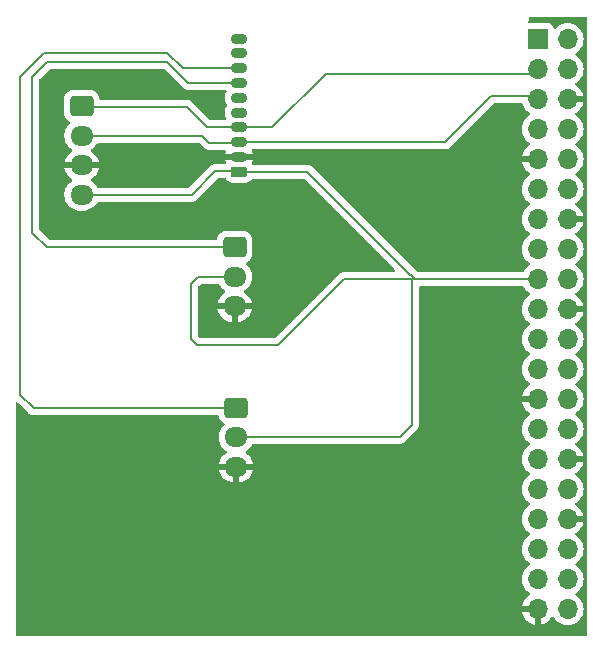
<source format=gbr>
%TF.GenerationSoftware,KiCad,Pcbnew,8.0.7*%
%TF.CreationDate,2025-01-03T13:54:27+07:00*%
%TF.ProjectId,Project Air bersih,50726f6a-6563-4742-9041-697220626572,rev?*%
%TF.SameCoordinates,Original*%
%TF.FileFunction,Copper,L2,Bot*%
%TF.FilePolarity,Positive*%
%FSLAX46Y46*%
G04 Gerber Fmt 4.6, Leading zero omitted, Abs format (unit mm)*
G04 Created by KiCad (PCBNEW 8.0.7) date 2025-01-03 13:54:27*
%MOMM*%
%LPD*%
G01*
G04 APERTURE LIST*
G04 Aperture macros list*
%AMRoundRect*
0 Rectangle with rounded corners*
0 $1 Rounding radius*
0 $2 $3 $4 $5 $6 $7 $8 $9 X,Y pos of 4 corners*
0 Add a 4 corners polygon primitive as box body*
4,1,4,$2,$3,$4,$5,$6,$7,$8,$9,$2,$3,0*
0 Add four circle primitives for the rounded corners*
1,1,$1+$1,$2,$3*
1,1,$1+$1,$4,$5*
1,1,$1+$1,$6,$7*
1,1,$1+$1,$8,$9*
0 Add four rect primitives between the rounded corners*
20,1,$1+$1,$2,$3,$4,$5,0*
20,1,$1+$1,$4,$5,$6,$7,0*
20,1,$1+$1,$6,$7,$8,$9,0*
20,1,$1+$1,$8,$9,$2,$3,0*%
G04 Aperture macros list end*
%TA.AperFunction,ComponentPad*%
%ADD10RoundRect,0.250000X-0.725000X0.600000X-0.725000X-0.600000X0.725000X-0.600000X0.725000X0.600000X0*%
%TD*%
%TA.AperFunction,ComponentPad*%
%ADD11O,1.950000X1.700000*%
%TD*%
%TA.AperFunction,ComponentPad*%
%ADD12RoundRect,0.225000X0.475000X-0.225000X0.475000X0.225000X-0.475000X0.225000X-0.475000X-0.225000X0*%
%TD*%
%TA.AperFunction,ComponentPad*%
%ADD13O,1.400000X0.900000*%
%TD*%
%TA.AperFunction,ComponentPad*%
%ADD14R,1.700000X1.700000*%
%TD*%
%TA.AperFunction,ComponentPad*%
%ADD15O,1.700000X1.700000*%
%TD*%
%TA.AperFunction,ViaPad*%
%ADD16C,0.600000*%
%TD*%
%TA.AperFunction,Conductor*%
%ADD17C,0.200000*%
%TD*%
G04 APERTURE END LIST*
D10*
%TO.P,Ultrasonic1,1,Pin_1*%
%TO.N,SDA*%
X119380000Y-43514000D03*
D11*
%TO.P,Ultrasonic1,2,Pin_2*%
%TO.N,SCL*%
X119380000Y-46014000D03*
%TO.P,Ultrasonic1,3,Pin_3*%
%TO.N,GND*%
X119380000Y-48514000D03*
%TO.P,Ultrasonic1,4,Pin_4*%
%TO.N,+3.3V*%
X119380000Y-51014000D03*
%TD*%
D10*
%TO.P,Turbidity1,1,Pin_1*%
%TO.N,A1*%
X132461000Y-69041000D03*
D11*
%TO.P,Turbidity1,2,Pin_2*%
%TO.N,+3.3V*%
X132461000Y-71541000D03*
%TO.P,Turbidity1,3,Pin_3*%
%TO.N,GND*%
X132461000Y-74041000D03*
%TD*%
D12*
%TO.P,ADS115,1,Pin_1*%
%TO.N,+3.3V*%
X132707000Y-49059000D03*
D13*
%TO.P,ADS115,2,Pin_2*%
%TO.N,GND*%
X132707000Y-47809000D03*
%TO.P,ADS115,3,Pin_3*%
%TO.N,SCL*%
X132707000Y-46559000D03*
%TO.P,ADS115,4,Pin_4*%
%TO.N,SDA*%
X132707000Y-45309000D03*
%TO.P,ADS115,5,Pin_5*%
%TO.N,unconnected-(ADS115-Pin_5-Pad5)*%
X132707000Y-44059000D03*
%TO.P,ADS115,6,Pin_6*%
%TO.N,unconnected-(ADS115-Pin_6-Pad6)*%
X132707000Y-42809000D03*
%TO.P,ADS115,7,Pin_7*%
%TO.N,A0*%
X132707000Y-41559000D03*
%TO.P,ADS115,8,Pin_8*%
%TO.N,A1*%
X132707000Y-40309000D03*
%TO.P,ADS115,9,Pin_9*%
%TO.N,unconnected-(ADS115-Pin_9-Pad9)*%
X132707000Y-39059000D03*
%TO.P,ADS115,10,Pin_10*%
%TO.N,unconnected-(ADS115-Pin_10-Pad10)*%
X132707000Y-37809000D03*
%TD*%
D14*
%TO.P,J1,1,3V3*%
%TO.N,+3.3V*%
X157988000Y-37846000D03*
D15*
%TO.P,J1,2,5V*%
%TO.N,Net-(J1-5V-Pad2)*%
X160528000Y-37846000D03*
%TO.P,J1,3,SDA/GPIO2*%
%TO.N,SDA*%
X157988000Y-40386000D03*
%TO.P,J1,4,5V*%
%TO.N,Net-(J1-5V-Pad2)*%
X160528000Y-40386000D03*
%TO.P,J1,5,SCL/GPIO3*%
%TO.N,SCL*%
X157988000Y-42926000D03*
%TO.P,J1,6,GND*%
%TO.N,GND*%
X160528000Y-42926000D03*
%TO.P,J1,7,GCLK0/GPIO4*%
%TO.N,unconnected-(J1-GCLK0{slash}GPIO4-Pad7)*%
X157988000Y-45466000D03*
%TO.P,J1,8,GPIO14/TXD*%
%TO.N,unconnected-(J1-GPIO14{slash}TXD-Pad8)*%
X160528000Y-45466000D03*
%TO.P,J1,9,GND*%
%TO.N,GND*%
X157988000Y-48006000D03*
%TO.P,J1,10,GPIO15/RXD*%
%TO.N,unconnected-(J1-GPIO15{slash}RXD-Pad10)*%
X160528000Y-48006000D03*
%TO.P,J1,11,GPIO17*%
%TO.N,unconnected-(J1-GPIO17-Pad11)*%
X157988000Y-50546000D03*
%TO.P,J1,12,GPIO18/PWM0*%
%TO.N,unconnected-(J1-GPIO18{slash}PWM0-Pad12)*%
X160528000Y-50546000D03*
%TO.P,J1,13,GPIO27*%
%TO.N,unconnected-(J1-GPIO27-Pad13)*%
X157988000Y-53086000D03*
%TO.P,J1,14,GND*%
%TO.N,GND*%
X160528000Y-53086000D03*
%TO.P,J1,15,GPIO22*%
%TO.N,unconnected-(J1-GPIO22-Pad15)*%
X157988000Y-55626000D03*
%TO.P,J1,16,GPIO23*%
%TO.N,unconnected-(J1-GPIO23-Pad16)*%
X160528000Y-55626000D03*
%TO.P,J1,17,3V3*%
%TO.N,+3.3V*%
X157988000Y-58166000D03*
%TO.P,J1,18,GPIO24*%
%TO.N,unconnected-(J1-GPIO24-Pad18)*%
X160528000Y-58166000D03*
%TO.P,J1,19,MOSI0/GPIO10*%
%TO.N,unconnected-(J1-MOSI0{slash}GPIO10-Pad19)*%
X157988000Y-60706000D03*
%TO.P,J1,20,GND*%
%TO.N,GND*%
X160528000Y-60706000D03*
%TO.P,J1,21,MISO0/GPIO9*%
%TO.N,unconnected-(J1-MISO0{slash}GPIO9-Pad21)*%
X157988000Y-63246000D03*
%TO.P,J1,22,GPIO25*%
%TO.N,unconnected-(J1-GPIO25-Pad22)*%
X160528000Y-63246000D03*
%TO.P,J1,23,SCLK0/GPIO11*%
%TO.N,unconnected-(J1-SCLK0{slash}GPIO11-Pad23)*%
X157988000Y-65786000D03*
%TO.P,J1,24,~{CE0}/GPIO8*%
%TO.N,unconnected-(J1-~{CE0}{slash}GPIO8-Pad24)*%
X160528000Y-65786000D03*
%TO.P,J1,25,GND*%
%TO.N,GND*%
X157988000Y-68326000D03*
%TO.P,J1,26,~{CE1}/GPIO7*%
%TO.N,unconnected-(J1-~{CE1}{slash}GPIO7-Pad26)*%
X160528000Y-68326000D03*
%TO.P,J1,27,ID_SD/GPIO0*%
%TO.N,unconnected-(J1-ID_SD{slash}GPIO0-Pad27)*%
X157988000Y-70866000D03*
%TO.P,J1,28,ID_SC/GPIO1*%
%TO.N,unconnected-(J1-ID_SC{slash}GPIO1-Pad28)*%
X160528000Y-70866000D03*
%TO.P,J1,29,GCLK1/GPIO5*%
%TO.N,unconnected-(J1-GCLK1{slash}GPIO5-Pad29)*%
X157988000Y-73406000D03*
%TO.P,J1,30,GND*%
%TO.N,GND*%
X160528000Y-73406000D03*
%TO.P,J1,31,GCLK2/GPIO6*%
%TO.N,unconnected-(J1-GCLK2{slash}GPIO6-Pad31)*%
X157988000Y-75946000D03*
%TO.P,J1,32,PWM0/GPIO12*%
%TO.N,unconnected-(J1-PWM0{slash}GPIO12-Pad32)*%
X160528000Y-75946000D03*
%TO.P,J1,33,PWM1/GPIO13*%
%TO.N,unconnected-(J1-PWM1{slash}GPIO13-Pad33)*%
X157988000Y-78486000D03*
%TO.P,J1,34,GND*%
%TO.N,GND*%
X160528000Y-78486000D03*
%TO.P,J1,35,GPIO19/MISO1*%
%TO.N,unconnected-(J1-GPIO19{slash}MISO1-Pad35)*%
X157988000Y-81026000D03*
%TO.P,J1,36,GPIO16*%
%TO.N,unconnected-(J1-GPIO16-Pad36)*%
X160528000Y-81026000D03*
%TO.P,J1,37,GPIO26*%
%TO.N,unconnected-(J1-GPIO26-Pad37)*%
X157988000Y-83566000D03*
%TO.P,J1,38,GPIO20/MOSI1*%
%TO.N,unconnected-(J1-GPIO20{slash}MOSI1-Pad38)*%
X160528000Y-83566000D03*
%TO.P,J1,39,GND*%
%TO.N,GND*%
X157988000Y-86106000D03*
%TO.P,J1,40,GPIO21/SCLK1*%
%TO.N,unconnected-(J1-GPIO21{slash}SCLK1-Pad40)*%
X160528000Y-86106000D03*
%TD*%
D10*
%TO.P,PH1,1,Pin_1*%
%TO.N,A0*%
X132334000Y-55452000D03*
D11*
%TO.P,PH1,2,Pin_2*%
%TO.N,+3.3V*%
X132334000Y-57952000D03*
%TO.P,PH1,3,Pin_3*%
%TO.N,GND*%
X132334000Y-60452000D03*
%TD*%
D16*
%TO.N,GND*%
X135064500Y-60388500D03*
%TD*%
D17*
%TO.N,GND*%
X135636000Y-74041000D02*
X146050000Y-74041000D01*
X156083000Y-47809000D02*
X157791000Y-47809000D01*
X156083000Y-68326000D02*
X157988000Y-68326000D01*
X135382000Y-74041000D02*
X135636000Y-74041000D01*
X135064500Y-60388500D02*
X136398000Y-59055000D01*
%TO.N,+3.3V*%
X141605000Y-58166000D02*
X148463000Y-58166000D01*
X136017000Y-63754000D02*
X141605000Y-58166000D01*
X129159000Y-63754000D02*
X136017000Y-63754000D01*
X128651000Y-63246000D02*
X129159000Y-63754000D01*
X128651000Y-58547000D02*
X128651000Y-63246000D01*
X132334000Y-57952000D02*
X129246000Y-57952000D01*
X129246000Y-57952000D02*
X128651000Y-58547000D01*
%TO.N,GND*%
X116205000Y-49022000D02*
X116713000Y-48514000D01*
X116205000Y-53594000D02*
X116205000Y-49022000D01*
X124587000Y-54483000D02*
X117094000Y-54483000D01*
X135763000Y-51943000D02*
X127127000Y-51943000D01*
X127127000Y-51943000D02*
X124587000Y-54483000D01*
X136398000Y-52578000D02*
X135763000Y-51943000D01*
X136398000Y-59055000D02*
X136398000Y-52578000D01*
X135001000Y-60452000D02*
X135064500Y-60388500D01*
X132334000Y-60452000D02*
X135001000Y-60452000D01*
X117094000Y-54483000D02*
X116205000Y-53594000D01*
X116713000Y-48514000D02*
X119380000Y-48514000D01*
%TO.N,+3.3V*%
X147320000Y-70485000D02*
X147320000Y-58206000D01*
X146304000Y-71501000D02*
X147320000Y-70485000D01*
X132501000Y-71501000D02*
X146304000Y-71501000D01*
X132461000Y-71541000D02*
X132501000Y-71501000D01*
%TO.N,GND*%
X151765000Y-68326000D02*
X156083000Y-68326000D01*
X146050000Y-74041000D02*
X151765000Y-68326000D01*
X132461000Y-74041000D02*
X135382000Y-74041000D01*
%TO.N,A1*%
X127939000Y-40309000D02*
X132707000Y-40309000D01*
X126619000Y-38989000D02*
X127939000Y-40309000D01*
X116205000Y-38989000D02*
X126619000Y-38989000D01*
X114173000Y-41021000D02*
X116205000Y-38989000D01*
X114173000Y-67945000D02*
X114173000Y-41021000D01*
X115316000Y-69088000D02*
X114173000Y-67945000D01*
X132414000Y-69088000D02*
X115316000Y-69088000D01*
X132461000Y-69041000D02*
X132414000Y-69088000D01*
%TO.N,+3.3V*%
X148463000Y-58166000D02*
X157988000Y-58166000D01*
X147574000Y-58166000D02*
X148463000Y-58166000D01*
X147129500Y-57721500D02*
X147320000Y-57912000D01*
X138467000Y-49059000D02*
X147129500Y-57721500D01*
X147320000Y-57912000D02*
X147574000Y-58166000D01*
%TO.N,A0*%
X128397000Y-41529000D02*
X132677000Y-41529000D01*
X126619000Y-39751000D02*
X128397000Y-41529000D01*
X116459000Y-39751000D02*
X126619000Y-39751000D01*
X115189000Y-54229000D02*
X115189000Y-41021000D01*
X115189000Y-41021000D02*
X116459000Y-39751000D01*
X116412000Y-55452000D02*
X115189000Y-54229000D01*
X132677000Y-41529000D02*
X132707000Y-41559000D01*
X132334000Y-55452000D02*
X116412000Y-55452000D01*
%TO.N,+3.3V*%
X132670000Y-49022000D02*
X132707000Y-49059000D01*
X130683000Y-49022000D02*
X132670000Y-49022000D01*
X128691000Y-51014000D02*
X130683000Y-49022000D01*
X119380000Y-51014000D02*
X128691000Y-51014000D01*
%TO.N,GND*%
X132637000Y-47879000D02*
X132707000Y-47809000D01*
X130429000Y-47879000D02*
X132637000Y-47879000D01*
X129794000Y-48514000D02*
X130429000Y-47879000D01*
X119380000Y-48514000D02*
X129794000Y-48514000D01*
%TO.N,SCL*%
X132657000Y-46609000D02*
X132707000Y-46559000D01*
X130175000Y-46609000D02*
X132657000Y-46609000D01*
X129580000Y-46014000D02*
X130175000Y-46609000D01*
X119380000Y-46014000D02*
X129580000Y-46014000D01*
%TO.N,SDA*%
X130018000Y-45309000D02*
X132707000Y-45309000D01*
X128270000Y-43561000D02*
X130018000Y-45309000D01*
X119427000Y-43561000D02*
X128270000Y-43561000D01*
X119380000Y-43514000D02*
X119427000Y-43561000D01*
%TO.N,+3.3V*%
X132707000Y-49059000D02*
X138467000Y-49059000D01*
%TO.N,GND*%
X132707000Y-47809000D02*
X156083000Y-47809000D01*
X157791000Y-47809000D02*
X157988000Y-48006000D01*
%TO.N,SCL*%
X154051000Y-42672000D02*
X157734000Y-42672000D01*
X157734000Y-42672000D02*
X157988000Y-42926000D01*
X150164000Y-46559000D02*
X154051000Y-42672000D01*
X132707000Y-46559000D02*
X150164000Y-46559000D01*
%TO.N,SDA*%
X157607000Y-40767000D02*
X157988000Y-40386000D01*
X140081000Y-40767000D02*
X157607000Y-40767000D01*
X135539000Y-45309000D02*
X140081000Y-40767000D01*
X132707000Y-45309000D02*
X135539000Y-45309000D01*
%TO.N,SCL*%
X119380000Y-46014000D02*
X119413000Y-45981000D01*
%TO.N,GND*%
X157747000Y-48247000D02*
X157988000Y-48006000D01*
%TD*%
%TA.AperFunction,Conductor*%
%TO.N,GND*%
G36*
X162129539Y-35953185D02*
G01*
X162175294Y-36005989D01*
X162186500Y-36057500D01*
X162186500Y-88275500D01*
X162166815Y-88342539D01*
X162114011Y-88388294D01*
X162062500Y-88399500D01*
X113908500Y-88399500D01*
X113841461Y-88379815D01*
X113795706Y-88327011D01*
X113784500Y-88275500D01*
X113784500Y-68705097D01*
X113804185Y-68638058D01*
X113856989Y-68592303D01*
X113926147Y-68582359D01*
X113989703Y-68611384D01*
X113996181Y-68617416D01*
X114831139Y-69452374D01*
X114831149Y-69452385D01*
X114835479Y-69456715D01*
X114835480Y-69456716D01*
X114947284Y-69568520D01*
X114988122Y-69592097D01*
X115034095Y-69618639D01*
X115034097Y-69618641D01*
X115072151Y-69640611D01*
X115084215Y-69647577D01*
X115236943Y-69688500D01*
X130873266Y-69688500D01*
X130940305Y-69708185D01*
X130986060Y-69760989D01*
X130993255Y-69787465D01*
X130994585Y-69787181D01*
X130996001Y-69793799D01*
X131051185Y-69960331D01*
X131051187Y-69960336D01*
X131143289Y-70109657D01*
X131267344Y-70233712D01*
X131422120Y-70329178D01*
X131468845Y-70381126D01*
X131480068Y-70450088D01*
X131452224Y-70514171D01*
X131444706Y-70522398D01*
X131305889Y-70661215D01*
X131180951Y-70833179D01*
X131084444Y-71022585D01*
X131018753Y-71224760D01*
X131002138Y-71329663D01*
X130985500Y-71434713D01*
X130985500Y-71647287D01*
X131018754Y-71857243D01*
X131076423Y-72034730D01*
X131084444Y-72059414D01*
X131180951Y-72248820D01*
X131305890Y-72420786D01*
X131456209Y-72571105D01*
X131456214Y-72571109D01*
X131621218Y-72690991D01*
X131663884Y-72746320D01*
X131669863Y-72815934D01*
X131637258Y-72877729D01*
X131621218Y-72891627D01*
X131456540Y-73011272D01*
X131456535Y-73011276D01*
X131306276Y-73161535D01*
X131306272Y-73161540D01*
X131181379Y-73333442D01*
X131084904Y-73522782D01*
X131019242Y-73724870D01*
X131019242Y-73724873D01*
X131008769Y-73791000D01*
X132056854Y-73791000D01*
X132018370Y-73857657D01*
X131986000Y-73978465D01*
X131986000Y-74103535D01*
X132018370Y-74224343D01*
X132056854Y-74291000D01*
X131008769Y-74291000D01*
X131019242Y-74357126D01*
X131019242Y-74357129D01*
X131084904Y-74559217D01*
X131181379Y-74748557D01*
X131306272Y-74920459D01*
X131306276Y-74920464D01*
X131456535Y-75070723D01*
X131456540Y-75070727D01*
X131628442Y-75195620D01*
X131817782Y-75292095D01*
X132019872Y-75357757D01*
X132211000Y-75388029D01*
X132211000Y-74445145D01*
X132277657Y-74483630D01*
X132398465Y-74516000D01*
X132523535Y-74516000D01*
X132644343Y-74483630D01*
X132711000Y-74445145D01*
X132711000Y-75388028D01*
X132902127Y-75357757D01*
X133104217Y-75292095D01*
X133293557Y-75195620D01*
X133465459Y-75070727D01*
X133465464Y-75070723D01*
X133615723Y-74920464D01*
X133615727Y-74920459D01*
X133740620Y-74748557D01*
X133837095Y-74559217D01*
X133902757Y-74357129D01*
X133902757Y-74357126D01*
X133913231Y-74291000D01*
X132865146Y-74291000D01*
X132903630Y-74224343D01*
X132936000Y-74103535D01*
X132936000Y-73978465D01*
X132903630Y-73857657D01*
X132865146Y-73791000D01*
X133913231Y-73791000D01*
X133902757Y-73724873D01*
X133902757Y-73724870D01*
X133837095Y-73522782D01*
X133740620Y-73333442D01*
X133615727Y-73161540D01*
X133615723Y-73161535D01*
X133465464Y-73011276D01*
X133465459Y-73011272D01*
X133300781Y-72891627D01*
X133258115Y-72836297D01*
X133252136Y-72766684D01*
X133284741Y-72704889D01*
X133300776Y-72690994D01*
X133465792Y-72571104D01*
X133616104Y-72420792D01*
X133616106Y-72420788D01*
X133616109Y-72420786D01*
X133670899Y-72345371D01*
X133741051Y-72248816D01*
X133781615Y-72169205D01*
X133829590Y-72118409D01*
X133892100Y-72101500D01*
X146217331Y-72101500D01*
X146217347Y-72101501D01*
X146224943Y-72101501D01*
X146383054Y-72101501D01*
X146383057Y-72101501D01*
X146535785Y-72060577D01*
X146603435Y-72021519D01*
X146672716Y-71981520D01*
X146784520Y-71869716D01*
X146784520Y-71869714D01*
X146794724Y-71859511D01*
X146794728Y-71859506D01*
X147688713Y-70965521D01*
X147688716Y-70965520D01*
X147800520Y-70853716D01*
X147850639Y-70766904D01*
X147879577Y-70716785D01*
X147920501Y-70564057D01*
X147920501Y-70405943D01*
X147920501Y-70398348D01*
X147920500Y-70398330D01*
X147920500Y-58890500D01*
X147940185Y-58823461D01*
X147992989Y-58777706D01*
X148044500Y-58766500D01*
X148383943Y-58766500D01*
X156698909Y-58766500D01*
X156765948Y-58786185D01*
X156811292Y-58838097D01*
X156813965Y-58843830D01*
X156949501Y-59037396D01*
X156949506Y-59037402D01*
X157116597Y-59204493D01*
X157116603Y-59204498D01*
X157302158Y-59334425D01*
X157345783Y-59389002D01*
X157352977Y-59458500D01*
X157321454Y-59520855D01*
X157302158Y-59537575D01*
X157116597Y-59667505D01*
X156949505Y-59834597D01*
X156813965Y-60028169D01*
X156813964Y-60028171D01*
X156714098Y-60242335D01*
X156714094Y-60242344D01*
X156652938Y-60470586D01*
X156652936Y-60470596D01*
X156632341Y-60705999D01*
X156632341Y-60706000D01*
X156652936Y-60941403D01*
X156652938Y-60941413D01*
X156714094Y-61169655D01*
X156714096Y-61169659D01*
X156714097Y-61169663D01*
X156797155Y-61347781D01*
X156813965Y-61383830D01*
X156813967Y-61383834D01*
X156882510Y-61481723D01*
X156949501Y-61577396D01*
X156949506Y-61577402D01*
X157116597Y-61744493D01*
X157116603Y-61744498D01*
X157302158Y-61874425D01*
X157345783Y-61929002D01*
X157352977Y-61998500D01*
X157321454Y-62060855D01*
X157302158Y-62077575D01*
X157116597Y-62207505D01*
X156949505Y-62374597D01*
X156813965Y-62568169D01*
X156813964Y-62568171D01*
X156714098Y-62782335D01*
X156714094Y-62782344D01*
X156652938Y-63010586D01*
X156652936Y-63010596D01*
X156632341Y-63245999D01*
X156632341Y-63246000D01*
X156652936Y-63481403D01*
X156652938Y-63481413D01*
X156714094Y-63709655D01*
X156714096Y-63709659D01*
X156714097Y-63709663D01*
X156794004Y-63881023D01*
X156813965Y-63923830D01*
X156813967Y-63923834D01*
X156922281Y-64078521D01*
X156949505Y-64117401D01*
X157116599Y-64284495D01*
X157116601Y-64284496D01*
X157116603Y-64284498D01*
X157302158Y-64414425D01*
X157345783Y-64469002D01*
X157352977Y-64538500D01*
X157321454Y-64600855D01*
X157302158Y-64617575D01*
X157116597Y-64747505D01*
X156949505Y-64914597D01*
X156813965Y-65108169D01*
X156813964Y-65108171D01*
X156714098Y-65322335D01*
X156714094Y-65322344D01*
X156652938Y-65550586D01*
X156652936Y-65550596D01*
X156632341Y-65785999D01*
X156632341Y-65786000D01*
X156652936Y-66021403D01*
X156652938Y-66021413D01*
X156714094Y-66249655D01*
X156714096Y-66249659D01*
X156714097Y-66249663D01*
X156718000Y-66258032D01*
X156813965Y-66463830D01*
X156813967Y-66463834D01*
X156922281Y-66618521D01*
X156949501Y-66657396D01*
X156949506Y-66657402D01*
X157116597Y-66824493D01*
X157116603Y-66824498D01*
X157302594Y-66954730D01*
X157346219Y-67009307D01*
X157353413Y-67078805D01*
X157321890Y-67141160D01*
X157302595Y-67157880D01*
X157116922Y-67287890D01*
X157116920Y-67287891D01*
X156949891Y-67454920D01*
X156949886Y-67454926D01*
X156814400Y-67648420D01*
X156814399Y-67648422D01*
X156714570Y-67862507D01*
X156714567Y-67862513D01*
X156657364Y-68075999D01*
X156657364Y-68076000D01*
X157554988Y-68076000D01*
X157522075Y-68133007D01*
X157488000Y-68260174D01*
X157488000Y-68391826D01*
X157522075Y-68518993D01*
X157554988Y-68576000D01*
X156657364Y-68576000D01*
X156714567Y-68789486D01*
X156714570Y-68789492D01*
X156814399Y-69003578D01*
X156949894Y-69197082D01*
X157116917Y-69364105D01*
X157302595Y-69494119D01*
X157346219Y-69548696D01*
X157353412Y-69618195D01*
X157321890Y-69680549D01*
X157302595Y-69697269D01*
X157116594Y-69827508D01*
X156949505Y-69994597D01*
X156813965Y-70188169D01*
X156813964Y-70188171D01*
X156714098Y-70402335D01*
X156714094Y-70402344D01*
X156652938Y-70630586D01*
X156652936Y-70630596D01*
X156632341Y-70865999D01*
X156632341Y-70866000D01*
X156652936Y-71101403D01*
X156652938Y-71101413D01*
X156714094Y-71329655D01*
X156714096Y-71329659D01*
X156714097Y-71329663D01*
X156718000Y-71338032D01*
X156813965Y-71543830D01*
X156813967Y-71543834D01*
X156886406Y-71647287D01*
X156949501Y-71737396D01*
X156949506Y-71737402D01*
X157116597Y-71904493D01*
X157116603Y-71904498D01*
X157302158Y-72034425D01*
X157345783Y-72089002D01*
X157352977Y-72158500D01*
X157321454Y-72220855D01*
X157302158Y-72237575D01*
X157116597Y-72367505D01*
X156949505Y-72534597D01*
X156813965Y-72728169D01*
X156813964Y-72728171D01*
X156714098Y-72942335D01*
X156714094Y-72942344D01*
X156652938Y-73170586D01*
X156652936Y-73170596D01*
X156632341Y-73405999D01*
X156632341Y-73406000D01*
X156652936Y-73641403D01*
X156652938Y-73641413D01*
X156714094Y-73869655D01*
X156714096Y-73869659D01*
X156714097Y-73869663D01*
X156797155Y-74047781D01*
X156813965Y-74083830D01*
X156813967Y-74083834D01*
X156912353Y-74224343D01*
X156949501Y-74277396D01*
X156949506Y-74277402D01*
X157116597Y-74444493D01*
X157116603Y-74444498D01*
X157302158Y-74574425D01*
X157345783Y-74629002D01*
X157352977Y-74698500D01*
X157321454Y-74760855D01*
X157302158Y-74777575D01*
X157116597Y-74907505D01*
X156949505Y-75074597D01*
X156813965Y-75268169D01*
X156813964Y-75268171D01*
X156714098Y-75482335D01*
X156714094Y-75482344D01*
X156652938Y-75710586D01*
X156652936Y-75710596D01*
X156632341Y-75945999D01*
X156632341Y-75946000D01*
X156652936Y-76181403D01*
X156652938Y-76181413D01*
X156714094Y-76409655D01*
X156714096Y-76409659D01*
X156714097Y-76409663D01*
X156718000Y-76418032D01*
X156813965Y-76623830D01*
X156813967Y-76623834D01*
X156922281Y-76778521D01*
X156949501Y-76817396D01*
X156949506Y-76817402D01*
X157116597Y-76984493D01*
X157116603Y-76984498D01*
X157302158Y-77114425D01*
X157345783Y-77169002D01*
X157352977Y-77238500D01*
X157321454Y-77300855D01*
X157302158Y-77317575D01*
X157116597Y-77447505D01*
X156949505Y-77614597D01*
X156813965Y-77808169D01*
X156813964Y-77808171D01*
X156714098Y-78022335D01*
X156714094Y-78022344D01*
X156652938Y-78250586D01*
X156652936Y-78250596D01*
X156632341Y-78485999D01*
X156632341Y-78486000D01*
X156652936Y-78721403D01*
X156652938Y-78721413D01*
X156714094Y-78949655D01*
X156714096Y-78949659D01*
X156714097Y-78949663D01*
X156797155Y-79127781D01*
X156813965Y-79163830D01*
X156813967Y-79163834D01*
X156922281Y-79318521D01*
X156949501Y-79357396D01*
X156949506Y-79357402D01*
X157116597Y-79524493D01*
X157116603Y-79524498D01*
X157302158Y-79654425D01*
X157345783Y-79709002D01*
X157352977Y-79778500D01*
X157321454Y-79840855D01*
X157302158Y-79857575D01*
X157116597Y-79987505D01*
X156949505Y-80154597D01*
X156813965Y-80348169D01*
X156813964Y-80348171D01*
X156714098Y-80562335D01*
X156714094Y-80562344D01*
X156652938Y-80790586D01*
X156652936Y-80790596D01*
X156632341Y-81025999D01*
X156632341Y-81026000D01*
X156652936Y-81261403D01*
X156652938Y-81261413D01*
X156714094Y-81489655D01*
X156714096Y-81489659D01*
X156714097Y-81489663D01*
X156718000Y-81498032D01*
X156813965Y-81703830D01*
X156813967Y-81703834D01*
X156922281Y-81858521D01*
X156949501Y-81897396D01*
X156949506Y-81897402D01*
X157116597Y-82064493D01*
X157116603Y-82064498D01*
X157302158Y-82194425D01*
X157345783Y-82249002D01*
X157352977Y-82318500D01*
X157321454Y-82380855D01*
X157302158Y-82397575D01*
X157116597Y-82527505D01*
X156949505Y-82694597D01*
X156813965Y-82888169D01*
X156813964Y-82888171D01*
X156714098Y-83102335D01*
X156714094Y-83102344D01*
X156652938Y-83330586D01*
X156652936Y-83330596D01*
X156632341Y-83565999D01*
X156632341Y-83566000D01*
X156652936Y-83801403D01*
X156652938Y-83801413D01*
X156714094Y-84029655D01*
X156714096Y-84029659D01*
X156714097Y-84029663D01*
X156718000Y-84038032D01*
X156813965Y-84243830D01*
X156813967Y-84243834D01*
X156922281Y-84398521D01*
X156949501Y-84437396D01*
X156949506Y-84437402D01*
X157116597Y-84604493D01*
X157116603Y-84604498D01*
X157302594Y-84734730D01*
X157346219Y-84789307D01*
X157353413Y-84858805D01*
X157321890Y-84921160D01*
X157302595Y-84937880D01*
X157116922Y-85067890D01*
X157116920Y-85067891D01*
X156949891Y-85234920D01*
X156949886Y-85234926D01*
X156814400Y-85428420D01*
X156814399Y-85428422D01*
X156714570Y-85642507D01*
X156714567Y-85642513D01*
X156657364Y-85855999D01*
X156657364Y-85856000D01*
X157554988Y-85856000D01*
X157522075Y-85913007D01*
X157488000Y-86040174D01*
X157488000Y-86171826D01*
X157522075Y-86298993D01*
X157554988Y-86356000D01*
X156657364Y-86356000D01*
X156714567Y-86569486D01*
X156714570Y-86569492D01*
X156814399Y-86783578D01*
X156949894Y-86977082D01*
X157116917Y-87144105D01*
X157310421Y-87279600D01*
X157524507Y-87379429D01*
X157524516Y-87379433D01*
X157738000Y-87436634D01*
X157738000Y-86539012D01*
X157795007Y-86571925D01*
X157922174Y-86606000D01*
X158053826Y-86606000D01*
X158180993Y-86571925D01*
X158238000Y-86539012D01*
X158238000Y-87436633D01*
X158451483Y-87379433D01*
X158451492Y-87379429D01*
X158665578Y-87279600D01*
X158859082Y-87144105D01*
X159026105Y-86977082D01*
X159156119Y-86791405D01*
X159210696Y-86747781D01*
X159280195Y-86740588D01*
X159342549Y-86772110D01*
X159359269Y-86791405D01*
X159489505Y-86977401D01*
X159656599Y-87144495D01*
X159753384Y-87212265D01*
X159850165Y-87280032D01*
X159850167Y-87280033D01*
X159850170Y-87280035D01*
X160064337Y-87379903D01*
X160292592Y-87441063D01*
X160480918Y-87457539D01*
X160527999Y-87461659D01*
X160528000Y-87461659D01*
X160528001Y-87461659D01*
X160567234Y-87458226D01*
X160763408Y-87441063D01*
X160991663Y-87379903D01*
X161205830Y-87280035D01*
X161399401Y-87144495D01*
X161566495Y-86977401D01*
X161702035Y-86783830D01*
X161801903Y-86569663D01*
X161863063Y-86341408D01*
X161883659Y-86106000D01*
X161863063Y-85870592D01*
X161801903Y-85642337D01*
X161702035Y-85428171D01*
X161696731Y-85420595D01*
X161566494Y-85234597D01*
X161399402Y-85067506D01*
X161399396Y-85067501D01*
X161213842Y-84937575D01*
X161170217Y-84882998D01*
X161163023Y-84813500D01*
X161194546Y-84751145D01*
X161213842Y-84734425D01*
X161236026Y-84718891D01*
X161399401Y-84604495D01*
X161566495Y-84437401D01*
X161702035Y-84243830D01*
X161801903Y-84029663D01*
X161863063Y-83801408D01*
X161883659Y-83566000D01*
X161863063Y-83330592D01*
X161801903Y-83102337D01*
X161702035Y-82888171D01*
X161696425Y-82880158D01*
X161566494Y-82694597D01*
X161399402Y-82527506D01*
X161399396Y-82527501D01*
X161213842Y-82397575D01*
X161170217Y-82342998D01*
X161163023Y-82273500D01*
X161194546Y-82211145D01*
X161213842Y-82194425D01*
X161236026Y-82178891D01*
X161399401Y-82064495D01*
X161566495Y-81897401D01*
X161702035Y-81703830D01*
X161801903Y-81489663D01*
X161863063Y-81261408D01*
X161883659Y-81026000D01*
X161863063Y-80790592D01*
X161801903Y-80562337D01*
X161702035Y-80348171D01*
X161696425Y-80340158D01*
X161566494Y-80154597D01*
X161399402Y-79987506D01*
X161399401Y-79987505D01*
X161213405Y-79857269D01*
X161169781Y-79802692D01*
X161162588Y-79733193D01*
X161194110Y-79670839D01*
X161213405Y-79654119D01*
X161399082Y-79524105D01*
X161566105Y-79357082D01*
X161701600Y-79163578D01*
X161801429Y-78949492D01*
X161801432Y-78949486D01*
X161858636Y-78736000D01*
X160961012Y-78736000D01*
X160993925Y-78678993D01*
X161028000Y-78551826D01*
X161028000Y-78420174D01*
X160993925Y-78293007D01*
X160961012Y-78236000D01*
X161858636Y-78236000D01*
X161858635Y-78235999D01*
X161801432Y-78022513D01*
X161801429Y-78022507D01*
X161701600Y-77808422D01*
X161701599Y-77808420D01*
X161566113Y-77614926D01*
X161566108Y-77614920D01*
X161399078Y-77447890D01*
X161213405Y-77317879D01*
X161169780Y-77263302D01*
X161162588Y-77193804D01*
X161194110Y-77131449D01*
X161213406Y-77114730D01*
X161213842Y-77114425D01*
X161399401Y-76984495D01*
X161566495Y-76817401D01*
X161702035Y-76623830D01*
X161801903Y-76409663D01*
X161863063Y-76181408D01*
X161883659Y-75946000D01*
X161863063Y-75710592D01*
X161801903Y-75482337D01*
X161702035Y-75268171D01*
X161696425Y-75260158D01*
X161566494Y-75074597D01*
X161399402Y-74907506D01*
X161399401Y-74907505D01*
X161213405Y-74777269D01*
X161169781Y-74722692D01*
X161162588Y-74653193D01*
X161194110Y-74590839D01*
X161213405Y-74574119D01*
X161399082Y-74444105D01*
X161566105Y-74277082D01*
X161701600Y-74083578D01*
X161801429Y-73869492D01*
X161801432Y-73869486D01*
X161858636Y-73656000D01*
X160961012Y-73656000D01*
X160993925Y-73598993D01*
X161028000Y-73471826D01*
X161028000Y-73340174D01*
X160993925Y-73213007D01*
X160961012Y-73156000D01*
X161858636Y-73156000D01*
X161858635Y-73155999D01*
X161801432Y-72942513D01*
X161801429Y-72942507D01*
X161701600Y-72728422D01*
X161701599Y-72728420D01*
X161566113Y-72534926D01*
X161566108Y-72534920D01*
X161399078Y-72367890D01*
X161213405Y-72237879D01*
X161169780Y-72183302D01*
X161162588Y-72113804D01*
X161194110Y-72051449D01*
X161213406Y-72034730D01*
X161213842Y-72034425D01*
X161399401Y-71904495D01*
X161566495Y-71737401D01*
X161702035Y-71543830D01*
X161801903Y-71329663D01*
X161863063Y-71101408D01*
X161883659Y-70866000D01*
X161863063Y-70630592D01*
X161801903Y-70402337D01*
X161702035Y-70188171D01*
X161696425Y-70180158D01*
X161566494Y-69994597D01*
X161399402Y-69827506D01*
X161399396Y-69827501D01*
X161213842Y-69697575D01*
X161170217Y-69642998D01*
X161163023Y-69573500D01*
X161194546Y-69511145D01*
X161213842Y-69494425D01*
X161273897Y-69452374D01*
X161399401Y-69364495D01*
X161566495Y-69197401D01*
X161702035Y-69003830D01*
X161801903Y-68789663D01*
X161863063Y-68561408D01*
X161883659Y-68326000D01*
X161863063Y-68090592D01*
X161801903Y-67862337D01*
X161702035Y-67648171D01*
X161696731Y-67640595D01*
X161566494Y-67454597D01*
X161399402Y-67287506D01*
X161399396Y-67287501D01*
X161213842Y-67157575D01*
X161170217Y-67102998D01*
X161163023Y-67033500D01*
X161194546Y-66971145D01*
X161213842Y-66954425D01*
X161236026Y-66938891D01*
X161399401Y-66824495D01*
X161566495Y-66657401D01*
X161702035Y-66463830D01*
X161801903Y-66249663D01*
X161863063Y-66021408D01*
X161883659Y-65786000D01*
X161863063Y-65550592D01*
X161801903Y-65322337D01*
X161702035Y-65108171D01*
X161696425Y-65100158D01*
X161566494Y-64914597D01*
X161399402Y-64747506D01*
X161399396Y-64747501D01*
X161213842Y-64617575D01*
X161170217Y-64562998D01*
X161163023Y-64493500D01*
X161194546Y-64431145D01*
X161213842Y-64414425D01*
X161299422Y-64354501D01*
X161399401Y-64284495D01*
X161566495Y-64117401D01*
X161702035Y-63923830D01*
X161801903Y-63709663D01*
X161863063Y-63481408D01*
X161883659Y-63246000D01*
X161863063Y-63010592D01*
X161801903Y-62782337D01*
X161702035Y-62568171D01*
X161696425Y-62560158D01*
X161566494Y-62374597D01*
X161399402Y-62207506D01*
X161399401Y-62207505D01*
X161213405Y-62077269D01*
X161169781Y-62022692D01*
X161162588Y-61953193D01*
X161194110Y-61890839D01*
X161213405Y-61874119D01*
X161399082Y-61744105D01*
X161566105Y-61577082D01*
X161701600Y-61383578D01*
X161801429Y-61169492D01*
X161801432Y-61169486D01*
X161858636Y-60956000D01*
X160961012Y-60956000D01*
X160993925Y-60898993D01*
X161028000Y-60771826D01*
X161028000Y-60640174D01*
X160993925Y-60513007D01*
X160961012Y-60456000D01*
X161858636Y-60456000D01*
X161858635Y-60455999D01*
X161801432Y-60242513D01*
X161801429Y-60242507D01*
X161701600Y-60028422D01*
X161701599Y-60028420D01*
X161566113Y-59834926D01*
X161566108Y-59834920D01*
X161399078Y-59667890D01*
X161213405Y-59537879D01*
X161169780Y-59483302D01*
X161162588Y-59413804D01*
X161194110Y-59351449D01*
X161213406Y-59334730D01*
X161338273Y-59247297D01*
X161399401Y-59204495D01*
X161566495Y-59037401D01*
X161702035Y-58843830D01*
X161801903Y-58629663D01*
X161863063Y-58401408D01*
X161883659Y-58166000D01*
X161863063Y-57930592D01*
X161801903Y-57702337D01*
X161702035Y-57488171D01*
X161702034Y-57488169D01*
X161566494Y-57294597D01*
X161399402Y-57127506D01*
X161399396Y-57127501D01*
X161213842Y-56997575D01*
X161170217Y-56942998D01*
X161163023Y-56873500D01*
X161194546Y-56811145D01*
X161213842Y-56794425D01*
X161282357Y-56746450D01*
X161399401Y-56664495D01*
X161566495Y-56497401D01*
X161702035Y-56303830D01*
X161801903Y-56089663D01*
X161863063Y-55861408D01*
X161883659Y-55626000D01*
X161863063Y-55390592D01*
X161801903Y-55162337D01*
X161702035Y-54948171D01*
X161696425Y-54940158D01*
X161566494Y-54754597D01*
X161399402Y-54587506D01*
X161399401Y-54587505D01*
X161213405Y-54457269D01*
X161169781Y-54402692D01*
X161162588Y-54333193D01*
X161194110Y-54270839D01*
X161213405Y-54254119D01*
X161399082Y-54124105D01*
X161566105Y-53957082D01*
X161701600Y-53763578D01*
X161801429Y-53549492D01*
X161801432Y-53549486D01*
X161858636Y-53336000D01*
X160961012Y-53336000D01*
X160993925Y-53278993D01*
X161028000Y-53151826D01*
X161028000Y-53020174D01*
X160993925Y-52893007D01*
X160961012Y-52836000D01*
X161858636Y-52836000D01*
X161858635Y-52835999D01*
X161801432Y-52622513D01*
X161801429Y-52622507D01*
X161701600Y-52408422D01*
X161701599Y-52408420D01*
X161566113Y-52214926D01*
X161566108Y-52214920D01*
X161399078Y-52047890D01*
X161213405Y-51917879D01*
X161169780Y-51863302D01*
X161162588Y-51793804D01*
X161194110Y-51731449D01*
X161213406Y-51714730D01*
X161213842Y-51714425D01*
X161399401Y-51584495D01*
X161566495Y-51417401D01*
X161702035Y-51223830D01*
X161801903Y-51009663D01*
X161863063Y-50781408D01*
X161883659Y-50546000D01*
X161863063Y-50310592D01*
X161801903Y-50082337D01*
X161702035Y-49868171D01*
X161696425Y-49860158D01*
X161566494Y-49674597D01*
X161399402Y-49507506D01*
X161399396Y-49507501D01*
X161213842Y-49377575D01*
X161170217Y-49322998D01*
X161163023Y-49253500D01*
X161194546Y-49191145D01*
X161213842Y-49174425D01*
X161236026Y-49158891D01*
X161399401Y-49044495D01*
X161566495Y-48877401D01*
X161702035Y-48683830D01*
X161801903Y-48469663D01*
X161863063Y-48241408D01*
X161883659Y-48006000D01*
X161863063Y-47770592D01*
X161801903Y-47542337D01*
X161702035Y-47328171D01*
X161696731Y-47320595D01*
X161566494Y-47134597D01*
X161399402Y-46967506D01*
X161399396Y-46967501D01*
X161213842Y-46837575D01*
X161170217Y-46782998D01*
X161163023Y-46713500D01*
X161194546Y-46651145D01*
X161213842Y-46634425D01*
X161242298Y-46614500D01*
X161399401Y-46504495D01*
X161566495Y-46337401D01*
X161702035Y-46143830D01*
X161801903Y-45929663D01*
X161863063Y-45701408D01*
X161883659Y-45466000D01*
X161863063Y-45230592D01*
X161801903Y-45002337D01*
X161702035Y-44788171D01*
X161696425Y-44780158D01*
X161566494Y-44594597D01*
X161399402Y-44427506D01*
X161399401Y-44427505D01*
X161213405Y-44297269D01*
X161169781Y-44242692D01*
X161162588Y-44173193D01*
X161194110Y-44110839D01*
X161213405Y-44094119D01*
X161399082Y-43964105D01*
X161566105Y-43797082D01*
X161701600Y-43603578D01*
X161801429Y-43389492D01*
X161801432Y-43389486D01*
X161858636Y-43176000D01*
X160961012Y-43176000D01*
X160993925Y-43118993D01*
X161028000Y-42991826D01*
X161028000Y-42860174D01*
X160993925Y-42733007D01*
X160961012Y-42676000D01*
X161858636Y-42676000D01*
X161858635Y-42675999D01*
X161801432Y-42462513D01*
X161801429Y-42462507D01*
X161701600Y-42248422D01*
X161701599Y-42248420D01*
X161566113Y-42054926D01*
X161566108Y-42054920D01*
X161399078Y-41887890D01*
X161213405Y-41757879D01*
X161169780Y-41703302D01*
X161162588Y-41633804D01*
X161194110Y-41571449D01*
X161213406Y-41554730D01*
X161213842Y-41554425D01*
X161399401Y-41424495D01*
X161566495Y-41257401D01*
X161702035Y-41063830D01*
X161801903Y-40849663D01*
X161863063Y-40621408D01*
X161883659Y-40386000D01*
X161863063Y-40150592D01*
X161801903Y-39922337D01*
X161702035Y-39708171D01*
X161696425Y-39700158D01*
X161566494Y-39514597D01*
X161399402Y-39347506D01*
X161399396Y-39347501D01*
X161213842Y-39217575D01*
X161170217Y-39162998D01*
X161163023Y-39093500D01*
X161194546Y-39031145D01*
X161213842Y-39014425D01*
X161236026Y-38998891D01*
X161399401Y-38884495D01*
X161566495Y-38717401D01*
X161702035Y-38523830D01*
X161801903Y-38309663D01*
X161863063Y-38081408D01*
X161883659Y-37846000D01*
X161863063Y-37610592D01*
X161801903Y-37382337D01*
X161702035Y-37168171D01*
X161633786Y-37070700D01*
X161566494Y-36974597D01*
X161399402Y-36807506D01*
X161399395Y-36807501D01*
X161205834Y-36671967D01*
X161205830Y-36671965D01*
X161161604Y-36651342D01*
X160991663Y-36572097D01*
X160991659Y-36572096D01*
X160991655Y-36572094D01*
X160763413Y-36510938D01*
X160763403Y-36510936D01*
X160528001Y-36490341D01*
X160527999Y-36490341D01*
X160292596Y-36510936D01*
X160292586Y-36510938D01*
X160064344Y-36572094D01*
X160064335Y-36572098D01*
X159850171Y-36671964D01*
X159850169Y-36671965D01*
X159656600Y-36807503D01*
X159534673Y-36929430D01*
X159473350Y-36962914D01*
X159403658Y-36957930D01*
X159347725Y-36916058D01*
X159330810Y-36885081D01*
X159281797Y-36753671D01*
X159281793Y-36753664D01*
X159195547Y-36638455D01*
X159195544Y-36638452D01*
X159080335Y-36552206D01*
X159080328Y-36552202D01*
X158945482Y-36501908D01*
X158945483Y-36501908D01*
X158885883Y-36495501D01*
X158885881Y-36495500D01*
X158885873Y-36495500D01*
X158885865Y-36495500D01*
X157287653Y-36495500D01*
X157220614Y-36475815D01*
X157174859Y-36423011D01*
X157164915Y-36353853D01*
X157180060Y-36309858D01*
X157216686Y-36245934D01*
X157256052Y-36097049D01*
X157257103Y-36093074D01*
X157256987Y-36057910D01*
X157276450Y-35990805D01*
X157329102Y-35944876D01*
X157380986Y-35933500D01*
X162062500Y-35933500D01*
X162129539Y-35953185D01*
G37*
%TD.AperFunction*%
%TA.AperFunction,Conductor*%
G36*
X126385942Y-40371185D02*
G01*
X126406583Y-40387818D01*
X128028284Y-42009520D01*
X128028286Y-42009521D01*
X128028290Y-42009524D01*
X128106923Y-42054922D01*
X128165216Y-42088577D01*
X128317943Y-42129501D01*
X128317945Y-42129501D01*
X128483654Y-42129501D01*
X128483670Y-42129500D01*
X131535882Y-42129500D01*
X131602921Y-42149185D01*
X131648676Y-42201989D01*
X131658620Y-42271147D01*
X131638985Y-42322390D01*
X131614680Y-42358764D01*
X131614676Y-42358771D01*
X131543027Y-42531748D01*
X131543025Y-42531756D01*
X131506500Y-42715379D01*
X131506500Y-42902620D01*
X131543025Y-43086243D01*
X131543027Y-43086251D01*
X131614676Y-43259228D01*
X131614680Y-43259235D01*
X131685423Y-43365110D01*
X131706300Y-43431787D01*
X131687815Y-43499167D01*
X131685423Y-43502890D01*
X131614680Y-43608764D01*
X131614676Y-43608771D01*
X131543027Y-43781748D01*
X131543025Y-43781756D01*
X131506500Y-43965379D01*
X131506500Y-44152620D01*
X131543025Y-44336243D01*
X131543027Y-44336251D01*
X131614676Y-44509228D01*
X131614681Y-44509237D01*
X131618939Y-44515609D01*
X131639817Y-44582286D01*
X131621333Y-44649667D01*
X131569354Y-44696357D01*
X131515837Y-44708500D01*
X130318097Y-44708500D01*
X130251058Y-44688815D01*
X130230416Y-44672181D01*
X128757590Y-43199355D01*
X128757588Y-43199352D01*
X128638717Y-43080481D01*
X128638716Y-43080480D01*
X128541826Y-43024541D01*
X128501785Y-43001423D01*
X128349057Y-42960499D01*
X128190943Y-42960499D01*
X128183347Y-42960499D01*
X128183331Y-42960500D01*
X120977336Y-42960500D01*
X120910297Y-42940815D01*
X120864542Y-42888011D01*
X120853978Y-42849101D01*
X120844999Y-42761203D01*
X120844998Y-42761200D01*
X120835656Y-42733007D01*
X120789814Y-42594666D01*
X120697712Y-42445344D01*
X120573656Y-42321288D01*
X120455521Y-42248422D01*
X120424336Y-42229187D01*
X120424331Y-42229185D01*
X120422862Y-42228698D01*
X120257797Y-42174001D01*
X120257795Y-42174000D01*
X120155010Y-42163500D01*
X118604998Y-42163500D01*
X118604981Y-42163501D01*
X118502203Y-42174000D01*
X118502200Y-42174001D01*
X118335668Y-42229185D01*
X118335663Y-42229187D01*
X118186342Y-42321289D01*
X118062289Y-42445342D01*
X117970187Y-42594663D01*
X117970186Y-42594666D01*
X117915001Y-42761203D01*
X117915001Y-42761204D01*
X117915000Y-42761204D01*
X117904500Y-42863983D01*
X117904500Y-44164001D01*
X117904501Y-44164018D01*
X117915000Y-44266796D01*
X117915001Y-44266799D01*
X117970185Y-44433331D01*
X117970187Y-44433336D01*
X118062289Y-44582657D01*
X118186344Y-44706712D01*
X118341120Y-44802178D01*
X118387845Y-44854126D01*
X118399068Y-44923088D01*
X118371224Y-44987171D01*
X118363706Y-44995398D01*
X118224889Y-45134215D01*
X118099951Y-45306179D01*
X118003444Y-45495585D01*
X117937753Y-45697760D01*
X117907937Y-45886011D01*
X117904500Y-45907713D01*
X117904500Y-46120287D01*
X117937754Y-46330243D01*
X117994372Y-46504495D01*
X118003444Y-46532414D01*
X118099951Y-46721820D01*
X118224890Y-46893786D01*
X118375209Y-47044105D01*
X118375214Y-47044109D01*
X118540218Y-47163991D01*
X118582884Y-47219320D01*
X118588863Y-47288934D01*
X118556258Y-47350729D01*
X118540218Y-47364627D01*
X118375540Y-47484272D01*
X118375535Y-47484276D01*
X118225276Y-47634535D01*
X118225272Y-47634540D01*
X118100379Y-47806442D01*
X118003904Y-47995782D01*
X117938242Y-48197870D01*
X117938242Y-48197873D01*
X117927769Y-48264000D01*
X118975854Y-48264000D01*
X118937370Y-48330657D01*
X118905000Y-48451465D01*
X118905000Y-48576535D01*
X118937370Y-48697343D01*
X118975854Y-48764000D01*
X117927769Y-48764000D01*
X117938242Y-48830126D01*
X117938242Y-48830129D01*
X118003904Y-49032217D01*
X118100379Y-49221557D01*
X118225272Y-49393459D01*
X118225276Y-49393464D01*
X118375535Y-49543723D01*
X118375540Y-49543727D01*
X118540218Y-49663372D01*
X118582884Y-49718701D01*
X118588863Y-49788315D01*
X118556258Y-49850110D01*
X118540218Y-49864008D01*
X118375214Y-49983890D01*
X118375209Y-49983894D01*
X118224890Y-50134213D01*
X118099951Y-50306179D01*
X118003444Y-50495585D01*
X117937753Y-50697760D01*
X117924505Y-50781408D01*
X117904500Y-50907713D01*
X117904500Y-51120287D01*
X117937754Y-51330243D01*
X117966073Y-51417401D01*
X118003444Y-51532414D01*
X118099951Y-51721820D01*
X118224890Y-51893786D01*
X118375213Y-52044109D01*
X118547179Y-52169048D01*
X118547181Y-52169049D01*
X118547184Y-52169051D01*
X118736588Y-52265557D01*
X118938757Y-52331246D01*
X119148713Y-52364500D01*
X119148714Y-52364500D01*
X119611286Y-52364500D01*
X119611287Y-52364500D01*
X119821243Y-52331246D01*
X120023412Y-52265557D01*
X120212816Y-52169051D01*
X120379580Y-52047891D01*
X120384786Y-52044109D01*
X120384788Y-52044106D01*
X120384792Y-52044104D01*
X120535104Y-51893792D01*
X120535106Y-51893788D01*
X120535109Y-51893786D01*
X120625547Y-51769307D01*
X120660051Y-51721816D01*
X120660958Y-51720035D01*
X120680235Y-51682205D01*
X120728209Y-51631409D01*
X120790719Y-51614500D01*
X128604331Y-51614500D01*
X128604347Y-51614501D01*
X128611943Y-51614501D01*
X128770054Y-51614501D01*
X128770057Y-51614501D01*
X128922785Y-51573577D01*
X128972904Y-51544639D01*
X129059716Y-51494520D01*
X129171520Y-51382716D01*
X129171520Y-51382714D01*
X129181728Y-51372507D01*
X129181729Y-51372504D01*
X130895416Y-49658819D01*
X130956739Y-49625334D01*
X130983097Y-49622500D01*
X131519174Y-49622500D01*
X131586213Y-49642185D01*
X131624710Y-49681400D01*
X131659032Y-49737044D01*
X131659033Y-49737045D01*
X131778955Y-49856967D01*
X131778959Y-49856970D01*
X131923294Y-49945998D01*
X131923297Y-49945999D01*
X131923303Y-49946003D01*
X132084292Y-49999349D01*
X132183655Y-50009500D01*
X133230344Y-50009499D01*
X133230352Y-50009498D01*
X133230355Y-50009498D01*
X133284760Y-50003940D01*
X133329708Y-49999349D01*
X133490697Y-49946003D01*
X133635044Y-49856968D01*
X133754968Y-49737044D01*
X133766465Y-49718403D01*
X133818412Y-49671679D01*
X133872004Y-49659500D01*
X138166903Y-49659500D01*
X138233942Y-49679185D01*
X138254584Y-49695819D01*
X145912584Y-57353819D01*
X145946069Y-57415142D01*
X145941085Y-57484834D01*
X145899213Y-57540767D01*
X145833749Y-57565184D01*
X145824903Y-57565500D01*
X141525940Y-57565500D01*
X141485019Y-57576464D01*
X141485019Y-57576465D01*
X141459571Y-57583284D01*
X141373214Y-57606423D01*
X141373209Y-57606426D01*
X141236290Y-57685475D01*
X141236282Y-57685481D01*
X141124480Y-57797284D01*
X141124478Y-57797286D01*
X138451169Y-60470596D01*
X135804584Y-63117181D01*
X135743261Y-63150666D01*
X135716903Y-63153500D01*
X129459097Y-63153500D01*
X129392058Y-63133815D01*
X129371416Y-63117181D01*
X129287819Y-63033584D01*
X129254334Y-62972261D01*
X129251500Y-62945903D01*
X129251500Y-58847097D01*
X129271185Y-58780058D01*
X129287819Y-58759416D01*
X129458416Y-58588819D01*
X129519739Y-58555334D01*
X129546097Y-58552500D01*
X130923281Y-58552500D01*
X130990320Y-58572185D01*
X131033765Y-58620205D01*
X131053947Y-58659814D01*
X131053948Y-58659815D01*
X131178890Y-58831786D01*
X131329209Y-58982105D01*
X131329214Y-58982109D01*
X131494218Y-59101991D01*
X131536884Y-59157320D01*
X131542863Y-59226934D01*
X131510258Y-59288729D01*
X131494218Y-59302627D01*
X131329540Y-59422272D01*
X131329535Y-59422276D01*
X131179276Y-59572535D01*
X131179272Y-59572540D01*
X131054379Y-59744442D01*
X130957904Y-59933782D01*
X130892242Y-60135870D01*
X130892242Y-60135873D01*
X130881769Y-60202000D01*
X131929854Y-60202000D01*
X131891370Y-60268657D01*
X131859000Y-60389465D01*
X131859000Y-60514535D01*
X131891370Y-60635343D01*
X131929854Y-60702000D01*
X130881769Y-60702000D01*
X130892242Y-60768126D01*
X130892242Y-60768129D01*
X130957904Y-60970217D01*
X131054379Y-61159557D01*
X131179272Y-61331459D01*
X131179276Y-61331464D01*
X131329535Y-61481723D01*
X131329540Y-61481727D01*
X131501442Y-61606620D01*
X131690782Y-61703095D01*
X131892872Y-61768757D01*
X132084000Y-61799029D01*
X132084000Y-60856145D01*
X132150657Y-60894630D01*
X132271465Y-60927000D01*
X132396535Y-60927000D01*
X132517343Y-60894630D01*
X132584000Y-60856145D01*
X132584000Y-61799028D01*
X132775127Y-61768757D01*
X132977217Y-61703095D01*
X133166557Y-61606620D01*
X133338459Y-61481727D01*
X133338464Y-61481723D01*
X133488723Y-61331464D01*
X133488727Y-61331459D01*
X133613620Y-61159557D01*
X133710095Y-60970217D01*
X133775757Y-60768129D01*
X133775757Y-60768126D01*
X133786231Y-60702000D01*
X132738146Y-60702000D01*
X132776630Y-60635343D01*
X132809000Y-60514535D01*
X132809000Y-60389465D01*
X132776630Y-60268657D01*
X132738146Y-60202000D01*
X133786231Y-60202000D01*
X133775757Y-60135873D01*
X133775757Y-60135870D01*
X133710095Y-59933782D01*
X133613620Y-59744442D01*
X133488727Y-59572540D01*
X133488723Y-59572535D01*
X133338464Y-59422276D01*
X133338459Y-59422272D01*
X133173781Y-59302627D01*
X133131115Y-59247297D01*
X133125136Y-59177684D01*
X133157741Y-59115889D01*
X133173776Y-59101994D01*
X133338792Y-58982104D01*
X133489104Y-58831792D01*
X133489106Y-58831788D01*
X133489109Y-58831786D01*
X133614048Y-58659820D01*
X133614047Y-58659820D01*
X133614051Y-58659816D01*
X133710557Y-58470412D01*
X133776246Y-58268243D01*
X133809500Y-58058287D01*
X133809500Y-57845713D01*
X133776246Y-57635757D01*
X133710557Y-57433588D01*
X133614051Y-57244184D01*
X133614049Y-57244181D01*
X133614048Y-57244179D01*
X133489109Y-57072213D01*
X133350294Y-56933398D01*
X133316809Y-56872075D01*
X133321793Y-56802383D01*
X133363665Y-56746450D01*
X133372879Y-56740178D01*
X133378331Y-56736814D01*
X133378334Y-56736814D01*
X133527656Y-56644712D01*
X133651712Y-56520656D01*
X133743814Y-56371334D01*
X133798999Y-56204797D01*
X133809500Y-56102009D01*
X133809499Y-54801992D01*
X133798999Y-54699203D01*
X133743814Y-54532666D01*
X133651712Y-54383344D01*
X133527656Y-54259288D01*
X133378334Y-54167186D01*
X133211797Y-54112001D01*
X133211795Y-54112000D01*
X133109010Y-54101500D01*
X131558998Y-54101500D01*
X131558981Y-54101501D01*
X131456203Y-54112000D01*
X131456200Y-54112001D01*
X131289668Y-54167185D01*
X131289663Y-54167187D01*
X131140342Y-54259289D01*
X131016289Y-54383342D01*
X130924187Y-54532663D01*
X130924185Y-54532668D01*
X130869001Y-54699204D01*
X130869000Y-54699205D01*
X130864823Y-54740102D01*
X130838427Y-54804793D01*
X130781247Y-54844945D01*
X130741465Y-54851500D01*
X116712097Y-54851500D01*
X116645058Y-54831815D01*
X116624416Y-54815181D01*
X115825819Y-54016584D01*
X115792334Y-53955261D01*
X115789500Y-53928903D01*
X115789500Y-41321097D01*
X115809185Y-41254058D01*
X115825819Y-41233416D01*
X116671416Y-40387819D01*
X116732739Y-40354334D01*
X116759097Y-40351500D01*
X126318903Y-40351500D01*
X126385942Y-40371185D01*
G37*
%TD.AperFunction*%
%TA.AperFunction,Conductor*%
G36*
X156654594Y-43292185D02*
G01*
X156700349Y-43344989D01*
X156707330Y-43364409D01*
X156714092Y-43389650D01*
X156714096Y-43389659D01*
X156714097Y-43389663D01*
X156797155Y-43567781D01*
X156813965Y-43603830D01*
X156813967Y-43603834D01*
X156922281Y-43758521D01*
X156949501Y-43797396D01*
X156949506Y-43797402D01*
X157116597Y-43964493D01*
X157116603Y-43964498D01*
X157302158Y-44094425D01*
X157345783Y-44149002D01*
X157352977Y-44218500D01*
X157321454Y-44280855D01*
X157302158Y-44297575D01*
X157116597Y-44427505D01*
X156949505Y-44594597D01*
X156813965Y-44788169D01*
X156813964Y-44788171D01*
X156714098Y-45002335D01*
X156714094Y-45002344D01*
X156652938Y-45230586D01*
X156652936Y-45230596D01*
X156632341Y-45465999D01*
X156632341Y-45466000D01*
X156652936Y-45701403D01*
X156652938Y-45701413D01*
X156714094Y-45929655D01*
X156714096Y-45929659D01*
X156714097Y-45929663D01*
X156794004Y-46101023D01*
X156813965Y-46143830D01*
X156813967Y-46143834D01*
X156922281Y-46298521D01*
X156949501Y-46337396D01*
X156949506Y-46337402D01*
X157116597Y-46504493D01*
X157116603Y-46504498D01*
X157156471Y-46532414D01*
X157301815Y-46634185D01*
X157302594Y-46634730D01*
X157346219Y-46689307D01*
X157353413Y-46758805D01*
X157321890Y-46821160D01*
X157302595Y-46837880D01*
X157116922Y-46967890D01*
X157116920Y-46967891D01*
X156949891Y-47134920D01*
X156949886Y-47134926D01*
X156814400Y-47328420D01*
X156814399Y-47328422D01*
X156714570Y-47542507D01*
X156714567Y-47542513D01*
X156657364Y-47755999D01*
X156657364Y-47756000D01*
X157554988Y-47756000D01*
X157522075Y-47813007D01*
X157488000Y-47940174D01*
X157488000Y-48071826D01*
X157522075Y-48198993D01*
X157554988Y-48256000D01*
X156657364Y-48256000D01*
X156714567Y-48469486D01*
X156714570Y-48469492D01*
X156814399Y-48683578D01*
X156949894Y-48877082D01*
X157116917Y-49044105D01*
X157302595Y-49174119D01*
X157346219Y-49228696D01*
X157353412Y-49298195D01*
X157321890Y-49360549D01*
X157302595Y-49377269D01*
X157116594Y-49507508D01*
X156949505Y-49674597D01*
X156813965Y-49868169D01*
X156813964Y-49868171D01*
X156714098Y-50082335D01*
X156714094Y-50082344D01*
X156652938Y-50310586D01*
X156652936Y-50310596D01*
X156632341Y-50545999D01*
X156632341Y-50546000D01*
X156652936Y-50781403D01*
X156652938Y-50781413D01*
X156714094Y-51009655D01*
X156714096Y-51009659D01*
X156714097Y-51009663D01*
X156718000Y-51018032D01*
X156813965Y-51223830D01*
X156813967Y-51223834D01*
X156888473Y-51330239D01*
X156949501Y-51417396D01*
X156949506Y-51417402D01*
X157116597Y-51584493D01*
X157116603Y-51584498D01*
X157302158Y-51714425D01*
X157345783Y-51769002D01*
X157352977Y-51838500D01*
X157321454Y-51900855D01*
X157302158Y-51917575D01*
X157116597Y-52047505D01*
X156949505Y-52214597D01*
X156813965Y-52408169D01*
X156813964Y-52408171D01*
X156714098Y-52622335D01*
X156714094Y-52622344D01*
X156652938Y-52850586D01*
X156652936Y-52850596D01*
X156632341Y-53085999D01*
X156632341Y-53086000D01*
X156652936Y-53321403D01*
X156652938Y-53321413D01*
X156714094Y-53549655D01*
X156714096Y-53549659D01*
X156714097Y-53549663D01*
X156797155Y-53727781D01*
X156813965Y-53763830D01*
X156813967Y-53763834D01*
X156922281Y-53918521D01*
X156949501Y-53957396D01*
X156949506Y-53957402D01*
X157116597Y-54124493D01*
X157116603Y-54124498D01*
X157302158Y-54254425D01*
X157345783Y-54309002D01*
X157352977Y-54378500D01*
X157321454Y-54440855D01*
X157302158Y-54457575D01*
X157116597Y-54587505D01*
X156949505Y-54754597D01*
X156813965Y-54948169D01*
X156813964Y-54948171D01*
X156714098Y-55162335D01*
X156714094Y-55162344D01*
X156652938Y-55390586D01*
X156652936Y-55390596D01*
X156632341Y-55625999D01*
X156632341Y-55626000D01*
X156652936Y-55861403D01*
X156652938Y-55861413D01*
X156714094Y-56089655D01*
X156714096Y-56089659D01*
X156714097Y-56089663D01*
X156767784Y-56204795D01*
X156813965Y-56303830D01*
X156813967Y-56303834D01*
X156861233Y-56371336D01*
X156949501Y-56497396D01*
X156949506Y-56497402D01*
X157116597Y-56664493D01*
X157116603Y-56664498D01*
X157302158Y-56794425D01*
X157345783Y-56849002D01*
X157352977Y-56918500D01*
X157321454Y-56980855D01*
X157302158Y-56997575D01*
X157116597Y-57127505D01*
X156949506Y-57294596D01*
X156813965Y-57488170D01*
X156813962Y-57488175D01*
X156811289Y-57493909D01*
X156765115Y-57546346D01*
X156698909Y-57565500D01*
X147874098Y-57565500D01*
X147807059Y-57545815D01*
X147786417Y-57529181D01*
X147498216Y-57240981D01*
X138954590Y-48697355D01*
X138954588Y-48697352D01*
X138835717Y-48578481D01*
X138835716Y-48578480D01*
X138743610Y-48525303D01*
X138743609Y-48525302D01*
X138698790Y-48499425D01*
X138698787Y-48499423D01*
X138637693Y-48483053D01*
X138546057Y-48458499D01*
X138387943Y-48458499D01*
X138380347Y-48458499D01*
X138380331Y-48458500D01*
X133897561Y-48458500D01*
X133830522Y-48438815D01*
X133784767Y-48386011D01*
X133774823Y-48316853D01*
X133794457Y-48265611D01*
X133798880Y-48258989D01*
X133870492Y-48086103D01*
X133870493Y-48086100D01*
X133875884Y-48059000D01*
X132873988Y-48059000D01*
X132891205Y-48049060D01*
X132947060Y-47993205D01*
X132986556Y-47924796D01*
X133007000Y-47848496D01*
X133007000Y-47769504D01*
X132986556Y-47693204D01*
X132947060Y-47624795D01*
X132891205Y-47568940D01*
X132873988Y-47559000D01*
X133875884Y-47559000D01*
X133875884Y-47558999D01*
X133870493Y-47531899D01*
X133870492Y-47531896D01*
X133798880Y-47359008D01*
X133798877Y-47359003D01*
X133794458Y-47352389D01*
X133773582Y-47285711D01*
X133792068Y-47218331D01*
X133844048Y-47171642D01*
X133897562Y-47159500D01*
X150077331Y-47159500D01*
X150077347Y-47159501D01*
X150084943Y-47159501D01*
X150243054Y-47159501D01*
X150243057Y-47159501D01*
X150395785Y-47118577D01*
X150409420Y-47110704D01*
X150446091Y-47089533D01*
X150446105Y-47089524D01*
X150446114Y-47089519D01*
X150532716Y-47039520D01*
X150644520Y-46927716D01*
X150644520Y-46927714D01*
X150654724Y-46917511D01*
X150654727Y-46917506D01*
X154263416Y-43308819D01*
X154324739Y-43275334D01*
X154351097Y-43272500D01*
X156587555Y-43272500D01*
X156654594Y-43292185D01*
G37*
%TD.AperFunction*%
%TA.AperFunction,Conductor*%
G36*
X129346942Y-46634185D02*
G01*
X129367584Y-46650819D01*
X129690139Y-46973374D01*
X129690149Y-46973385D01*
X129694479Y-46977715D01*
X129694480Y-46977716D01*
X129806284Y-47089520D01*
X129806286Y-47089521D01*
X129806290Y-47089524D01*
X129856610Y-47118576D01*
X129856615Y-47118578D01*
X129943209Y-47168574D01*
X129943210Y-47168574D01*
X129943215Y-47168577D01*
X130095943Y-47209500D01*
X130254057Y-47209500D01*
X131491469Y-47209500D01*
X131558508Y-47229185D01*
X131604263Y-47281989D01*
X131614207Y-47351147D01*
X131606030Y-47380952D01*
X131543508Y-47531892D01*
X131543506Y-47531899D01*
X131538115Y-47558999D01*
X131538116Y-47559000D01*
X132540012Y-47559000D01*
X132522795Y-47568940D01*
X132466940Y-47624795D01*
X132427444Y-47693204D01*
X132407000Y-47769504D01*
X132407000Y-47848496D01*
X132427444Y-47924796D01*
X132466940Y-47993205D01*
X132522795Y-48049060D01*
X132540012Y-48059000D01*
X131538116Y-48059000D01*
X131543506Y-48086100D01*
X131543507Y-48086103D01*
X131611415Y-48250047D01*
X131618884Y-48319517D01*
X131587609Y-48381996D01*
X131527520Y-48417648D01*
X131496854Y-48421500D01*
X130603940Y-48421500D01*
X130563019Y-48432464D01*
X130563019Y-48432465D01*
X130539321Y-48438815D01*
X130451214Y-48462423D01*
X130451209Y-48462426D01*
X130314290Y-48541475D01*
X130314282Y-48541481D01*
X130202478Y-48653286D01*
X128478584Y-50377181D01*
X128417261Y-50410666D01*
X128390903Y-50413500D01*
X120790719Y-50413500D01*
X120723680Y-50393815D01*
X120680235Y-50345795D01*
X120660052Y-50306185D01*
X120660051Y-50306184D01*
X120535109Y-50134213D01*
X120384790Y-49983894D01*
X120384785Y-49983890D01*
X120219781Y-49864008D01*
X120177115Y-49808678D01*
X120171136Y-49739065D01*
X120203741Y-49677270D01*
X120219781Y-49663371D01*
X120384466Y-49543721D01*
X120534723Y-49393464D01*
X120534727Y-49393459D01*
X120659620Y-49221557D01*
X120756095Y-49032217D01*
X120821757Y-48830129D01*
X120821757Y-48830126D01*
X120832231Y-48764000D01*
X119784146Y-48764000D01*
X119822630Y-48697343D01*
X119855000Y-48576535D01*
X119855000Y-48451465D01*
X119822630Y-48330657D01*
X119784146Y-48264000D01*
X120832231Y-48264000D01*
X120821757Y-48197873D01*
X120821757Y-48197870D01*
X120756095Y-47995782D01*
X120659620Y-47806442D01*
X120534727Y-47634540D01*
X120534723Y-47634535D01*
X120384464Y-47484276D01*
X120384459Y-47484272D01*
X120219781Y-47364627D01*
X120177115Y-47309297D01*
X120171136Y-47239684D01*
X120203741Y-47177889D01*
X120219776Y-47163994D01*
X120384792Y-47044104D01*
X120535104Y-46893792D01*
X120535106Y-46893788D01*
X120535109Y-46893786D01*
X120633177Y-46758805D01*
X120660051Y-46721816D01*
X120660349Y-46721230D01*
X120680235Y-46682205D01*
X120728209Y-46631409D01*
X120790719Y-46614500D01*
X129279903Y-46614500D01*
X129346942Y-46634185D01*
G37*
%TD.AperFunction*%
%TD*%
M02*

</source>
